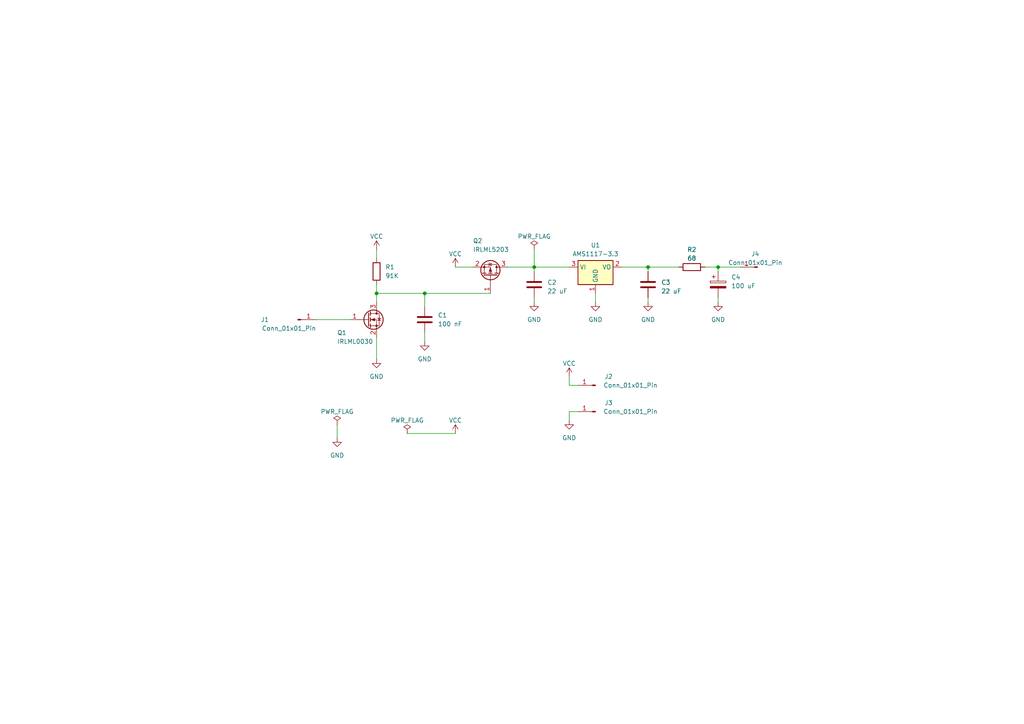
<source format=kicad_sch>
(kicad_sch (version 20230121) (generator eeschema)
  (paper "A4")
  (lib_symbols
    (symbol "Connector:Conn_01x01_Pin" (pin_names (offset 1.016) hide)
      (property "Reference" "J" (at 0 2.54 0))
      (property "Value" "Conn_01x01_Pin" (at 0 -2.54 0))
      (symbol "Conn_01x01_Pin_1_1"
        (polyline (pts (xy 1.27 0) (xy 0.8636 0)) (stroke (width 0.1524)))
        (rectangle (start 0.8636 0.127) (end 0 -0.127) (stroke (width 0.1524)) (fill (type outline)))
        (pin passive line (at 5.08 0 180) (length 3.81) (name "Pin_1") (number "1"))
      )
    )
    (symbol "Device:C" (pin_numbers hide) (pin_names (offset 0.254))
      (property "Reference" "C" (at 0.635 2.54 0))
      (property "Value" "C" (at 0.635 -2.54 0))
      (symbol "C_0_1"
        (polyline (pts (xy -2.032 -0.762) (xy 2.032 -0.762)) (stroke (width 0.508)))
        (polyline (pts (xy -2.032 0.762) (xy 2.032 0.762)) (stroke (width 0.508)))
      )
      (symbol "C_1_1"
        (pin passive line (at 0 3.81 270) (length 2.794) (name "~") (number "1"))
        (pin passive line (at 0 -3.81 90) (length 2.794) (name "~") (number "2"))
      )
    )
    (symbol "Device:C_Polarized" (pin_numbers hide) (pin_names (offset 0.254))
      (property "Reference" "C" (at 0.635 2.54 0))
      (property "Value" "C_Polarized" (at 0.635 -2.54 0))
      (symbol "C_Polarized_0_1"
        (rectangle (start -2.286 0.508) (end 2.286 1.016))
        (polyline (pts (xy -1.778 2.286) (xy -0.762 2.286)))
        (polyline (pts (xy -1.27 2.794) (xy -1.27 1.778)))
        (rectangle (start 2.286 -0.508) (end -2.286 -1.016) (fill (type outline)))
      )
      (symbol "C_Polarized_1_1"
        (pin passive line (at 0 3.81 270) (length 2.794) (name "~") (number "1"))
        (pin passive line (at 0 -3.81 90) (length 2.794) (name "~") (number "2"))
      )
    )
    (symbol "Device:R" (pin_numbers hide) (pin_names (offset 0))
      (property "Reference" "R" (at 2.032 0 90))
      (property "Value" "R" (at 0 0 90))
      (symbol "R_0_1"
        (rectangle (start -1.016 -2.54) (end 1.016 2.54) (stroke (width 0.254)))
      )
      (symbol "R_1_1"
        (pin passive line (at 0 3.81 270) (length 1.27) (name "~") (number "1"))
        (pin passive line (at 0 -3.81 90) (length 1.27) (name "~") (number "2"))
      )
    )
    (symbol "Regulator_Linear:AMS1117-3.3"
      (property "Reference" "U" (at -3.81 3.175 0))
      (property "Value" "AMS1117-3.3" (at 0 3.175 0))
      (symbol "AMS1117-3.3_0_1"
        (rectangle (start -5.08 -5.08) (end 5.08 1.905) (stroke (width 0.254)) (fill (type background)))
      )
      (symbol "AMS1117-3.3_1_1"
        (pin power_in line (at 0 -7.62 90) (length 2.54) (name "GND") (number "1"))
        (pin power_out line (at 7.62 0 180) (length 2.54) (name "VO") (number "2"))
        (pin power_in line (at -7.62 0 0) (length 2.54) (name "VI") (number "3"))
      )
    )
    (symbol "Transistor_FET:IRLML0030" (pin_names hide)
      (property "Reference" "Q" (at 5.08 1.905 0))
      (property "Value" "IRLML0030" (at 5.08 0 0))
      (symbol "IRLML0030_0_1"
        (polyline (pts (xy 0.254 0) (xy -2.54 0)))
        (polyline (pts (xy 0.254 1.905) (xy 0.254 -1.905)) (stroke (width 0.254)))
        (polyline (pts (xy 0.762 -1.27) (xy 0.762 -2.286)) (stroke (width 0.254)))
        (polyline (pts (xy 0.762 0.508) (xy 0.762 -0.508)) (stroke (width 0.254)))
        (polyline (pts (xy 0.762 2.286) (xy 0.762 1.27)) (stroke (width 0.254)))
        (polyline (pts (xy 2.54 2.54) (xy 2.54 1.778)))
        (polyline (pts (xy 2.54 -2.54) (xy 2.54 0) (xy 0.762 0)))
        (polyline (pts (xy 0.762 -1.778) (xy 3.302 -1.778) (xy 3.302 1.778) (xy 0.762 1.778)))
        (polyline (pts (xy 1.016 0) (xy 2.032 0.381) (xy 2.032 -0.381) (xy 1.016 0)) (fill (type outline)))
        (polyline (pts (xy 2.794 0.508) (xy 2.921 0.381) (xy 3.683 0.381) (xy 3.81 0.254)))
        (polyline (pts (xy 3.302 0.381) (xy 2.921 -0.254) (xy 3.683 -0.254) (xy 3.302 0.381)))
        (circle (center 1.651 0) (radius 2.794) (stroke (width 0.254)))
        (circle (center 2.54 -1.778) (radius 0.254) (fill (type outline)))
        (circle (center 2.54 1.778) (radius 0.254) (fill (type outline)))
      )
      (symbol "IRLML0030_1_1"
        (pin input line (at -5.08 0 0) (length 2.54) (name "G") (number "1"))
        (pin passive line (at 2.54 -5.08 90) (length 2.54) (name "S") (number "2"))
        (pin passive line (at 2.54 5.08 270) (length 2.54) (name "D") (number "3"))
      )
    )
    (symbol "Transistor_FET:IRLML5203" (pin_names hide)
      (property "Reference" "Q" (at 5.08 1.905 0))
      (property "Value" "IRLML5203" (at 5.08 0 0))
      (symbol "IRLML5203_0_1"
        (polyline (pts (xy 0.254 0) (xy -2.54 0)))
        (polyline (pts (xy 0.254 1.905) (xy 0.254 -1.905)) (stroke (width 0.254)))
        (polyline (pts (xy 0.762 -1.27) (xy 0.762 -2.286)) (stroke (width 0.254)))
        (polyline (pts (xy 0.762 0.508) (xy 0.762 -0.508)) (stroke (width 0.254)))
        (polyline (pts (xy 0.762 2.286) (xy 0.762 1.27)) (stroke (width 0.254)))
        (polyline (pts (xy 2.54 2.54) (xy 2.54 1.778)))
        (polyline (pts (xy 2.54 -2.54) (xy 2.54 0) (xy 0.762 0)))
        (polyline (pts (xy 0.762 1.778) (xy 3.302 1.778) (xy 3.302 -1.778) (xy 0.762 -1.778)))
        (polyline (pts (xy 2.286 0) (xy 1.27 0.381) (xy 1.27 -0.381) (xy 2.286 0)) (fill (type outline)))
        (polyline (pts (xy 2.794 -0.508) (xy 2.921 -0.381) (xy 3.683 -0.381) (xy 3.81 -0.254)))
        (polyline (pts (xy 3.302 -0.381) (xy 2.921 0.254) (xy 3.683 0.254) (xy 3.302 -0.381)))
        (circle (center 1.651 0) (radius 2.794) (stroke (width 0.254)))
        (circle (center 2.54 -1.778) (radius 0.254) (fill (type outline)))
        (circle (center 2.54 1.778) (radius 0.254) (fill (type outline)))
      )
      (symbol "IRLML5203_1_1"
        (pin input line (at -5.08 0 0) (length 2.54) (name "G") (number "1"))
        (pin passive line (at 2.54 -5.08 90) (length 2.54) (name "S") (number "2"))
        (pin passive line (at 2.54 5.08 270) (length 2.54) (name "D") (number "3"))
      )
    )
    (symbol "power:GND" (power) (pin_names (offset 0))
      (property "Value" "GND" (at 0 -3.81 0))
      (symbol "GND_0_1"
        (polyline (pts (xy 0 0) (xy 0 -1.27) (xy 1.27 -1.27) (xy 0 -2.54) (xy -1.27 -1.27) (xy 0 -1.27)))
      )
      (symbol "GND_1_1"
        (pin power_in line (at 0 0 270) (length 0) hide (name "GND") (number "1"))
      )
    )
    (symbol "power:PWR_FLAG" (power) (pin_numbers hide) (pin_names (offset 0) hide)
      (property "Value" "PWR_FLAG" (at 0 3.81 0))
      (symbol "PWR_FLAG_0_0"
        (pin power_out line (at 0 0 90) (length 0) (name "pwr") (number "1"))
      )
      (symbol "PWR_FLAG_0_1"
        (polyline (pts (xy 0 0) (xy 0 1.27) (xy -1.016 1.905) (xy 0 2.54) (xy 1.016 1.905) (xy 0 1.27)))
      )
    )
    (symbol "power:VCC" (power) (pin_names (offset 0))
      (property "Value" "VCC" (at 0 3.81 0))
      (symbol "VCC_0_1"
        (polyline (pts (xy -0.762 1.27) (xy 0 2.54)))
        (polyline (pts (xy 0 0) (xy 0 2.54)))
        (polyline (pts (xy 0 2.54) (xy 0.762 1.27)))
      )
      (symbol "VCC_1_1"
        (pin power_in line (at 0 0 90) (length 0) hide (name "VCC") (number "1"))
      )
    )
  )
  (junction (at 109.22 85.09))
  (junction (at 208.28 77.47))
  (junction (at 123.19 85.09))
  (junction (at 187.96 77.47))
  (junction (at 154.94 77.47))
  (wire (pts (xy 109.22 97.79) (xy 109.22 104.14)))
  (wire (pts (xy 165.1 121.92) (xy 165.1 119.38)))
  (wire (pts (xy 132.08 77.47) (xy 137.16 77.47)))
  (wire (pts (xy 208.28 77.47) (xy 214.63 77.47)))
  (wire (pts (xy 172.72 85.09) (xy 172.72 87.63)))
  (wire (pts (xy 109.22 72.39) (xy 109.22 74.93)))
  (wire (pts (xy 180.34 77.47) (xy 187.96 77.47)))
  (wire (pts (xy 123.19 85.09) (xy 109.22 85.09)))
  (wire (pts (xy 208.28 86.36) (xy 208.28 87.63)))
  (wire (pts (xy 165.1 109.22) (xy 165.1 111.76)))
  (wire (pts (xy 109.22 82.55) (xy 109.22 85.09)))
  (wire (pts (xy 187.96 78.74) (xy 187.96 77.47)))
  (wire (pts (xy 97.79 123.19) (xy 97.79 127)))
  (wire (pts (xy 165.1 111.76) (xy 167.64 111.76)))
  (wire (pts (xy 154.94 72.39) (xy 154.94 77.47)))
  (wire (pts (xy 187.96 77.47) (xy 196.85 77.47)))
  (wire (pts (xy 147.32 77.47) (xy 154.94 77.47)))
  (wire (pts (xy 165.1 119.38) (xy 167.64 119.38)))
  (wire (pts (xy 123.19 85.09) (xy 142.24 85.09)))
  (wire (pts (xy 123.19 88.9) (xy 123.19 85.09)))
  (wire (pts (xy 123.19 96.52) (xy 123.19 99.06)))
  (wire (pts (xy 204.47 77.47) (xy 208.28 77.47)))
  (wire (pts (xy 154.94 78.74) (xy 154.94 77.47)))
  (wire (pts (xy 109.22 85.09) (xy 109.22 87.63)))
  (wire (pts (xy 187.96 86.36) (xy 187.96 87.63)))
  (wire (pts (xy 91.44 92.71) (xy 101.6 92.71)))
  (wire (pts (xy 208.28 78.74) (xy 208.28 77.47)))
  (wire (pts (xy 154.94 86.36) (xy 154.94 87.63)))
  (wire (pts (xy 154.94 77.47) (xy 165.1 77.47)))
  (wire (pts (xy 118.11 125.73) (xy 132.08 125.73)))
  (symbol (lib_id "Connector:Conn_01x01_Pin") (at 219.71 77.47 180) (unit 1)
    (property "Reference" "J4" (at 219.075 73.66 0))
    (property "Value" "Conn_01x01_Pin" (at 219.075 76.2 0))
    (property "Footprint" "Connector_Pin:Pin_D1.0mm_L10.0mm" (effects hide))
  )
  (symbol (lib_id "Device:C") (at 154.94 82.55 0) (unit 1)
    (property "Reference" "C2" (at 158.75 81.915 0) (effects (justify left)))
    (property "Value" "22 uF" (at 158.75 84.455 0) (effects (justify left)))
    (property "Footprint" "Capacitor_SMD:C_1210_3225Metric" (effects hide))
  )
  (symbol (lib_id "power:GND") (at 208.28 87.63 0) (unit 1)
    (property "Reference" "#PWR012" (effects hide))
    (property "Value" "GND" (at 208.28 92.71 0))
  )
  (symbol (lib_id "power:PWR_FLAG") (at 97.79 123.19 0) (unit 1)
    (property "Reference" "#FLG01" (effects hide))
    (property "Value" "PWR_FLAG" (at 97.79 119.38 0))
  )
  (symbol (lib_id "Device:C") (at 187.96 82.55 0) (unit 1)
    (property "Reference" "C3" (at 191.77 81.915 0) (effects (justify left)))
    (property "Value" "22 uF" (at 191.77 84.455 0) (effects (justify left)))
    (property "Footprint" "Capacitor_SMD:C_1210_3225Metric" (effects hide))
  )
  (symbol (lib_id "Connector:Conn_01x01_Pin") (at 86.36 92.71 0) (unit 1)
    (property "Reference" "J1" (at 76.835 92.71 0))
    (property "Value" "Conn_01x01_Pin" (at 83.82 95.25 0))
    (property "Footprint" "Connector_Pin:Pin_D1.0mm_L10.0mm" (effects hide))
  )
  (symbol (lib_id "power:GND") (at 123.19 99.06 0) (unit 1)
    (property "Reference" "#PWR04" (effects hide))
    (property "Value" "GND" (at 123.19 104.14 0))
  )
  (symbol (lib_id "Regulator_Linear:AMS1117-3.3") (at 172.72 77.47 0) (unit 1)
    (property "Reference" "U1" (at 172.72 71.12 0))
    (property "Value" "AMS1117-3.3" (at 172.72 73.66 0))
    (property "Footprint" "Package_TO_SOT_SMD:SOT-223-3_TabPin2" (effects hide))
    (property "Datasheet" "http://www.advanced-monolithic.com/pdf/ds1117.pdf" (effects hide))
  )
  (symbol (lib_id "power:GND") (at 187.96 87.63 0) (unit 1)
    (property "Reference" "#PWR011" (effects hide))
    (property "Value" "GND" (at 187.96 92.71 0))
  )
  (symbol (lib_id "power:GND") (at 154.94 87.63 0) (unit 1)
    (property "Reference" "#PWR07" (effects hide))
    (property "Value" "GND" (at 154.94 92.71 0))
  )
  (symbol (lib_id "power:VCC") (at 109.22 72.39 0) (unit 1)
    (property "Reference" "#PWR02" (effects hide))
    (property "Value" "VCC" (at 109.22 68.58 0))
  )
  (symbol (lib_id "power:VCC") (at 132.08 77.47 0) (unit 1)
    (property "Reference" "#PWR05" (effects hide))
    (property "Value" "VCC" (at 132.08 73.66 0))
  )
  (symbol (lib_id "power:VCC") (at 132.08 125.73 0) (unit 1)
    (property "Reference" "#PWR06" (effects hide))
    (property "Value" "VCC" (at 132.08 121.92 0))
  )
  (symbol (lib_id "Transistor_FET:IRLML0030") (at 106.68 92.71 0) (unit 1)
    (property "Reference" "Q1" (at 97.79 96.52 0) (effects (justify left)))
    (property "Value" "IRLML0030" (at 97.79 99.06 0) (effects (justify left)))
    (property "Footprint" "Package_TO_SOT_SMD:SOT-23" (effects hide))
    (property "Datasheet" "https://www.infineon.com/dgdl/irlml0030pbf.pdf?fileId=5546d462533600a401535664773825df" (effects hide))
  )
  (symbol (lib_id "power:PWR_FLAG") (at 118.11 125.73 0) (unit 1)
    (property "Reference" "#FLG02" (effects hide))
    (property "Value" "PWR_FLAG" (at 118.11 121.92 0))
  )
  (symbol (lib_id "Device:R") (at 109.22 78.74 0) (unit 1)
    (property "Reference" "R1" (at 111.76 77.47 0) (effects (justify left)))
    (property "Value" "91K" (at 111.76 80.01 0) (effects (justify left)))
    (property "Footprint" "Resistor_SMD:R_0805_2012Metric" (effects hide))
  )
  (symbol (lib_id "Device:R") (at 200.66 77.47 90) (unit 1)
    (property "Reference" "R2" (at 200.66 72.39 90))
    (property "Value" "68" (at 200.66 74.93 90))
    (property "Footprint" "Resistor_SMD:R_0805_2012Metric" (effects hide))
  )
  (symbol (lib_id "Transistor_FET:IRLML5203") (at 142.24 80.01 270) (mirror x) (unit 1)
    (property "Reference" "Q2" (at 137.16 69.85 90) (effects (justify left)))
    (property "Value" "IRLML5203" (at 137.16 72.39 90) (effects (justify left)))
    (property "Footprint" "Package_TO_SOT_SMD:SOT-23" (effects hide))
    (property "Datasheet" "https://www.infineon.com/dgdl/irlml5203pbf.pdf?fileId=5546d462533600a40153566868da261d" (effects hide))
  )
  (symbol (lib_id "power:GND") (at 165.1 121.92 0) (unit 1)
    (property "Reference" "#PWR09" (effects hide))
    (property "Value" "GND" (at 165.1 127 0))
  )
  (symbol (lib_id "power:GND") (at 109.22 104.14 0) (unit 1)
    (property "Reference" "#PWR03" (effects hide))
    (property "Value" "GND" (at 109.22 109.22 0))
  )
  (symbol (lib_id "Connector:Conn_01x01_Pin") (at 172.72 111.76 180) (unit 1)
    (property "Reference" "J2" (at 176.53 109.22 0))
    (property "Value" "Conn_01x01_Pin" (at 182.88 111.76 0))
    (property "Footprint" "Connector_Pin:Pin_D1.0mm_L10.0mm" (effects hide))
  )
  (symbol (lib_id "Connector:Conn_01x01_Pin") (at 172.72 119.38 180) (unit 1)
    (property "Reference" "J3" (at 176.53 116.84 0))
    (property "Value" "Conn_01x01_Pin" (at 182.88 119.38 0))
    (property "Footprint" "Connector_Pin:Pin_D1.0mm_L10.0mm" (effects hide))
  )
  (symbol (lib_id "Device:C_Polarized") (at 208.28 82.55 0) (unit 1)
    (property "Reference" "C4" (at 212.09 80.3909 0) (effects (justify left)))
    (property "Value" "100 uF" (at 212.09 82.9309 0) (effects (justify left)))
    (property "Footprint" "Capacitor_THT:CP_Radial_D5.0mm_P2.50mm" (effects hide))
  )
  (symbol (lib_id "power:GND") (at 97.79 127 0) (unit 1)
    (property "Reference" "#PWR01" (effects hide))
    (property "Value" "GND" (at 97.79 132.08 0))
  )
  (symbol (lib_id "Device:C") (at 123.19 92.71 0) (unit 1)
    (property "Reference" "C1" (at 127 91.44 0) (effects (justify left)))
    (property "Value" "100 nF" (at 127 93.98 0) (effects (justify left)))
    (property "Footprint" "Capacitor_SMD:C_0603_1608Metric" (effects hide))
  )
  (symbol (lib_id "power:VCC") (at 165.1 109.22 0) (unit 1)
    (property "Reference" "#PWR08" (effects hide))
    (property "Value" "VCC" (at 165.1 105.41 0))
  )
  (symbol (lib_id "power:GND") (at 172.72 87.63 0) (unit 1)
    (property "Reference" "#PWR010" (effects hide))
    (property "Value" "GND" (at 172.72 92.71 0))
  )
  (symbol (lib_id "power:PWR_FLAG") (at 154.94 72.39 0) (unit 1)
    (property "Reference" "#FLG03" (effects hide))
    (property "Value" "PWR_FLAG" (at 154.94 68.58 0))
  )
)
</source>
